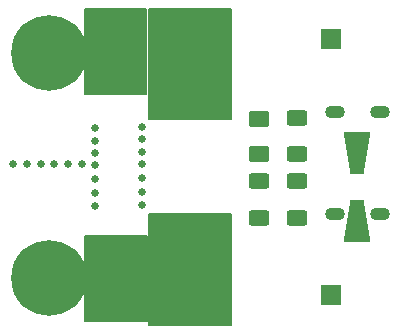
<source format=gbr>
%TF.GenerationSoftware,KiCad,Pcbnew,8.0.1*%
%TF.CreationDate,2024-04-06T17:54:05-05:00*%
%TF.ProjectId,Banana to USB-C Adapter,42616e61-6e61-4207-946f-205553422d43,2*%
%TF.SameCoordinates,Original*%
%TF.FileFunction,Soldermask,Bot*%
%TF.FilePolarity,Negative*%
%FSLAX46Y46*%
G04 Gerber Fmt 4.6, Leading zero omitted, Abs format (unit mm)*
G04 Created by KiCad (PCBNEW 8.0.1) date 2024-04-06 17:54:05*
%MOMM*%
%LPD*%
G01*
G04 APERTURE LIST*
G04 Aperture macros list*
%AMRoundRect*
0 Rectangle with rounded corners*
0 $1 Rounding radius*
0 $2 $3 $4 $5 $6 $7 $8 $9 X,Y pos of 4 corners*
0 Add a 4 corners polygon primitive as box body*
4,1,4,$2,$3,$4,$5,$6,$7,$8,$9,$2,$3,0*
0 Add four circle primitives for the rounded corners*
1,1,$1+$1,$2,$3*
1,1,$1+$1,$4,$5*
1,1,$1+$1,$6,$7*
1,1,$1+$1,$8,$9*
0 Add four rect primitives between the rounded corners*
20,1,$1+$1,$2,$3,$4,$5,0*
20,1,$1+$1,$4,$5,$6,$7,0*
20,1,$1+$1,$6,$7,$8,$9,0*
20,1,$1+$1,$8,$9,$2,$3,0*%
%AMOutline4P*
0 Free polygon, 4 corners , with rotation*
0 The origin of the aperture is its center*
0 number of corners: always 4*
0 $1 to $8 corner X, Y*
0 $9 Rotation angle, in degrees counterclockwise*
0 create outline with 4 corners*
4,1,4,$1,$2,$3,$4,$5,$6,$7,$8,$1,$2,$9*%
G04 Aperture macros list end*
%ADD10C,0.150000*%
%ADD11C,0.635000*%
%ADD12R,1.700000X1.700000*%
%ADD13C,0.800000*%
%ADD14C,6.400000*%
%ADD15O,1.700000X1.100000*%
%ADD16RoundRect,0.250000X0.625000X-0.400000X0.625000X0.400000X-0.625000X0.400000X-0.625000X-0.400000X0*%
%ADD17Outline4P,-1.800000X-1.150000X1.800000X-0.550000X1.800000X0.550000X-1.800000X1.150000X90.000000*%
%ADD18Outline4P,-1.800000X-1.150000X1.800000X-0.550000X1.800000X0.550000X-1.800000X1.150000X270.000000*%
%ADD19RoundRect,0.250001X-0.624999X0.462499X-0.624999X-0.462499X0.624999X-0.462499X0.624999X0.462499X0*%
%ADD20RoundRect,0.250000X-0.625000X0.400000X-0.625000X-0.400000X0.625000X-0.400000X0.625000X0.400000X0*%
G04 APERTURE END LIST*
D10*
X132050000Y-86168600D02*
X137249800Y-86168600D01*
X137249800Y-93331400D01*
X132050000Y-93331400D01*
X132050000Y-86168600D01*
G36*
X132050000Y-86168600D02*
G01*
X137249800Y-86168600D01*
X137249800Y-93331400D01*
X132050000Y-93331400D01*
X132050000Y-86168600D01*
G37*
X132075000Y-105368600D02*
X137274800Y-105368600D01*
X137274800Y-112531400D01*
X132075000Y-112531400D01*
X132075000Y-105368600D01*
G36*
X132075000Y-105368600D02*
G01*
X137274800Y-105368600D01*
X137274800Y-112531400D01*
X132075000Y-112531400D01*
X132075000Y-105368600D01*
G37*
X137477600Y-103516000D02*
X144422400Y-103516000D01*
X144422400Y-112925000D01*
X137477600Y-112925000D01*
X137477600Y-103516000D01*
G36*
X137477600Y-103516000D02*
G01*
X144422400Y-103516000D01*
X144422400Y-112925000D01*
X137477600Y-112925000D01*
X137477600Y-103516000D01*
G37*
X137439400Y-86133000D02*
X144424200Y-86133000D01*
X144424200Y-95511000D01*
X137439400Y-95511000D01*
X137439400Y-86133000D01*
G36*
X137439400Y-86133000D02*
G01*
X144424200Y-86133000D01*
X144424200Y-95511000D01*
X137439400Y-95511000D01*
X137439400Y-86133000D01*
G37*
D11*
%TO.C,*%
X136890000Y-96122884D03*
%TD*%
%TO.C,REF\u002A\u002A*%
X132891494Y-99346800D03*
%TD*%
D12*
%TO.C,J3*%
X152882600Y-88671400D03*
%TD*%
D11*
%TO.C,REF\u002A\u002A*%
X132891494Y-102853108D03*
%TD*%
D13*
%TO.C,H1*%
X126600138Y-108968250D03*
X127303082Y-107271194D03*
X127303082Y-110665306D03*
X129000138Y-106568250D03*
D14*
X129000138Y-108968250D03*
D13*
X129000138Y-111368250D03*
X130697194Y-107271194D03*
X130697194Y-110665306D03*
X131400138Y-108968250D03*
%TD*%
D11*
%TO.C,REF\u002A\u002A*%
X132891494Y-96228040D03*
%TD*%
%TO.C,REF\u002A\u002A*%
X128300000Y-99290000D03*
%TD*%
%TO.C,REF\u002A\u002A*%
X127138494Y-99290000D03*
%TD*%
%TO.C,REF\u002A\u002A*%
X129461506Y-99290000D03*
%TD*%
D12*
%TO.C,J2*%
X152882600Y-110337600D03*
%TD*%
D11*
%TO.C,REF\u002A\u002A*%
X130623012Y-99290000D03*
%TD*%
%TO.C,REF\u002A\u002A*%
X132891494Y-100580156D03*
%TD*%
D15*
%TO.C,J1*%
X153190000Y-103480000D03*
X156990000Y-103480000D03*
X153190000Y-94840000D03*
X156990000Y-94840000D03*
%TD*%
D11*
%TO.C,REF\u002A\u002A*%
X131784518Y-99290000D03*
%TD*%
%TO.C,*%
X136890000Y-102747952D03*
%TD*%
%TO.C,REF\u002A\u002A*%
X125976988Y-99290000D03*
%TD*%
D13*
%TO.C,H2*%
X126600138Y-89918250D03*
X127303082Y-88221194D03*
X127303082Y-91615306D03*
X129000138Y-87518250D03*
D14*
X129000138Y-89918250D03*
D13*
X129000138Y-92318250D03*
X130697194Y-88221194D03*
X130697194Y-91615306D03*
X131400138Y-89918250D03*
%TD*%
D11*
%TO.C,*%
X136890000Y-97194764D03*
%TD*%
%TO.C,REF\u002A\u002A*%
X132891494Y-97299920D03*
%TD*%
%TO.C,*%
X136890000Y-99313124D03*
%TD*%
%TO.C,*%
X136890000Y-101611476D03*
%TD*%
%TO.C,REF\u002A\u002A*%
X132891494Y-101716632D03*
%TD*%
%TO.C,*%
X136890000Y-98266644D03*
%TD*%
%TO.C,REF\u002A\u002A*%
X132891494Y-98371800D03*
%TD*%
%TO.C,*%
X136890000Y-100475000D03*
%TD*%
D16*
%TO.C,R2*%
X146790000Y-103820000D03*
X146790000Y-100720000D03*
%TD*%
%TO.C,R4*%
X150030000Y-98451000D03*
X150030000Y-95351000D03*
%TD*%
D17*
%TO.C,D3*%
X155067000Y-104119000D03*
D18*
X155067000Y-98319000D03*
%TD*%
D19*
%TO.C,D2*%
X146790000Y-95432500D03*
X146790000Y-98407500D03*
%TD*%
D20*
%TO.C,R3*%
X150030000Y-100720000D03*
X150030000Y-103820000D03*
%TD*%
M02*

</source>
